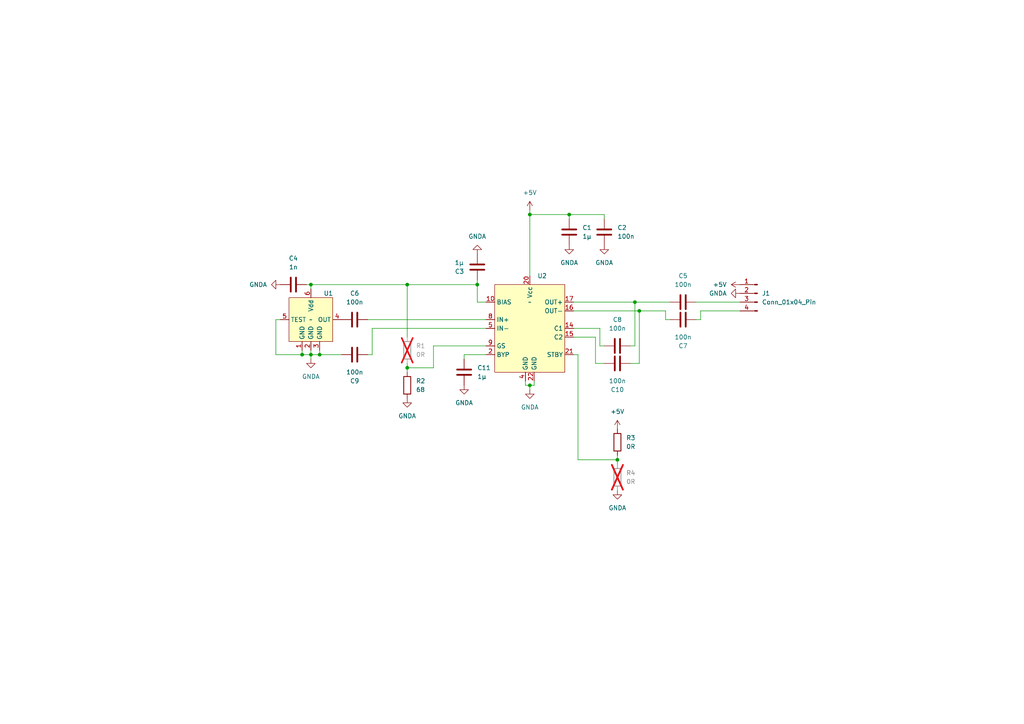
<source format=kicad_sch>
(kicad_sch (version 20230121) (generator eeschema)
  (paper "A4")
  (lib_symbols
    (symbol "Connector:Conn_01x04_Pin" (pin_names (offset 1.016) hide)
      (property "Reference" "J" (at 0 5.08 0))
      (property "Value" "Conn_01x04_Pin" (at 0 -7.62 0))
      (symbol "Conn_01x04_Pin_1_1"
        (polyline (pts (xy 1.27 -5.08) (xy 0.8636 -5.08)) (stroke (width 0.1524)))
        (polyline (pts (xy 1.27 -2.54) (xy 0.8636 -2.54)) (stroke (width 0.1524)))
        (polyline (pts (xy 1.27 0) (xy 0.8636 0)) (stroke (width 0.1524)))
        (polyline (pts (xy 1.27 2.54) (xy 0.8636 2.54)) (stroke (width 0.1524)))
        (rectangle (start 0.8636 -4.953) (end 0 -5.207) (stroke (width 0.1524)) (fill (type outline)))
        (rectangle (start 0.8636 -2.413) (end 0 -2.667) (stroke (width 0.1524)) (fill (type outline)))
        (rectangle (start 0.8636 0.127) (end 0 -0.127) (stroke (width 0.1524)) (fill (type outline)))
        (rectangle (start 0.8636 2.667) (end 0 2.413) (stroke (width 0.1524)) (fill (type outline)))
        (pin passive line (at 5.08 2.54 180) (length 3.81) (name "Pin_1") (number "1"))
        (pin passive line (at 5.08 0 180) (length 3.81) (name "Pin_2") (number "2"))
        (pin passive line (at 5.08 -2.54 180) (length 3.81) (name "Pin_3") (number "3"))
        (pin passive line (at 5.08 -5.08 180) (length 3.81) (name "Pin_4") (number "4"))
      )
    )
    (symbol "Device:C" (pin_numbers hide) (pin_names (offset 0.254))
      (property "Reference" "C" (at 0.635 2.54 0))
      (property "Value" "C" (at 0.635 -2.54 0))
      (symbol "C_0_1"
        (polyline (pts (xy -2.032 -0.762) (xy 2.032 -0.762)) (stroke (width 0.508)))
        (polyline (pts (xy -2.032 0.762) (xy 2.032 0.762)) (stroke (width 0.508)))
      )
      (symbol "C_1_1"
        (pin passive line (at 0 3.81 270) (length 2.794) (name "~") (number "1"))
        (pin passive line (at 0 -3.81 90) (length 2.794) (name "~") (number "2"))
      )
    )
    (symbol "Device:R" (pin_numbers hide) (pin_names (offset 0))
      (property "Reference" "R" (at 2.032 0 90))
      (property "Value" "R" (at 0 0 90))
      (symbol "R_0_1"
        (rectangle (start -1.016 -2.54) (end 1.016 2.54) (stroke (width 0.254)))
      )
      (symbol "R_1_1"
        (pin passive line (at 0 3.81 270) (length 1.27) (name "~") (number "1"))
        (pin passive line (at 0 -3.81 90) (length 1.27) (name "~") (number "2"))
      )
    )
    (symbol "fyp:SPH1642HT5H-1"
      (property "Reference" "U" (at 6.35 7.62 0))
      (symbol "SPH1642HT5H-1_1_1"
        (rectangle (start -6.35 6.35) (end 6.35 -6.35) (fill (type background)))
        (pin power_in line (at -2.54 -8.89 90) (length 2.54) (name "GND") (number "1"))
        (pin power_in line (at 0 -8.89 90) (length 2.54) (name "GND") (number "2"))
        (pin power_in line (at 2.54 -8.89 90) (length 2.54) (name "GND") (number "3"))
        (pin output line (at 8.89 0 180) (length 2.54) (name "OUT") (number "4"))
        (pin unspecified line (at -8.89 0 0) (length 2.54) (name "TEST") (number "5"))
        (pin power_in line (at 0 8.89 270) (length 2.54) (name "Vdd") (number "6"))
      )
    )
    (symbol "fyp:TS472"
      (property "Reference" "U1" (at 2.1941 15.24 0))
      (property "Value" "~" (at 0 7.62 0))
      (symbol "TS472_1_1"
        (rectangle (start -10.16 12.7) (end 10.16 -12.7) (fill (type background)))
        (pin power_out line (at -12.7 7.62 0) (length 2.54) (name "BIAS") (number "10"))
        (pin passive line (at 12.7 0 180) (length 2.54) (name "C1") (number "14"))
        (pin passive line (at 12.7 -2.54 180) (length 2.54) (name "C2") (number "15"))
        (pin output line (at 12.7 5.08 180) (length 2.54) (name "OUT-") (number "16"))
        (pin output line (at 12.7 7.62 180) (length 2.54) (name "OUT+") (number "17"))
        (pin passive line (at -12.7 -7.62 0) (length 2.54) (name "BYP") (number "2"))
        (pin power_in line (at 0 15.24 270) (length 2.54) (name "Vcc") (number "20"))
        (pin input line (at 12.7 -7.62 180) (length 2.54) (name "STBY") (number "21"))
        (pin power_in line (at 1.27 -15.24 90) (length 2.54) (name "GND") (number "22"))
        (pin power_in line (at -1.27 -15.24 90) (length 2.54) (name "GND") (number "4"))
        (pin input line (at -12.7 0 0) (length 2.54) (name "IN-") (number "5"))
        (pin input line (at -12.7 2.54 0) (length 2.54) (name "IN+") (number "8"))
        (pin passive line (at -12.7 -5.08 0) (length 2.54) (name "GS") (number "9"))
      )
    )
    (symbol "power:+5V" (power) (pin_names (offset 0))
      (property "Value" "+5V" (at 0 3.556 0))
      (symbol "+5V_0_1"
        (polyline (pts (xy -0.762 1.27) (xy 0 2.54)))
        (polyline (pts (xy 0 0) (xy 0 2.54)))
        (polyline (pts (xy 0 2.54) (xy 0.762 1.27)))
      )
      (symbol "+5V_1_1"
        (pin power_in line (at 0 0 90) (length 0) hide (name "+5V") (number "1"))
      )
    )
    (symbol "power:GNDA" (power) (pin_names (offset 0))
      (property "Value" "GNDA" (at 0 -3.81 0))
      (symbol "GNDA_0_1"
        (polyline (pts (xy 0 0) (xy 0 -1.27) (xy 1.27 -1.27) (xy 0 -2.54) (xy -1.27 -1.27) (xy 0 -1.27)))
      )
      (symbol "GNDA_1_1"
        (pin power_in line (at 0 0 270) (length 0) hide (name "GNDA") (number "1"))
      )
    )
  )
  (junction (at 92.71 102.87))
  (junction (at 185.42 90.17))
  (junction (at 118.11 82.55))
  (junction (at 165.1 62.23))
  (junction (at 90.17 82.55))
  (junction (at 87.63 102.87))
  (junction (at 118.11 106.68))
  (junction (at 153.67 111.76))
  (junction (at 153.67 62.23))
  (junction (at 184.15 87.63))
  (junction (at 90.17 102.87))
  (junction (at 138.43 82.55))
  (junction (at 179.07 133.35))
  (wire (pts (xy 106.68 102.87) (xy 107.95 102.87)))
  (wire (pts (xy 166.37 97.79) (xy 172.72 97.79)))
  (wire (pts (xy 193.04 92.71) (xy 194.31 92.71)))
  (wire (pts (xy 175.26 63.5) (xy 175.26 62.23)))
  (wire (pts (xy 134.62 104.14) (xy 134.62 102.87)))
  (wire (pts (xy 80.01 92.71) (xy 80.01 102.87)))
  (wire (pts (xy 167.64 102.87) (xy 167.64 133.35)))
  (wire (pts (xy 140.97 87.63) (xy 138.43 87.63)))
  (wire (pts (xy 185.42 105.41) (xy 185.42 90.17)))
  (wire (pts (xy 87.63 101.6) (xy 87.63 102.87)))
  (wire (pts (xy 90.17 102.87) (xy 90.17 104.14)))
  (wire (pts (xy 184.15 87.63) (xy 194.31 87.63)))
  (wire (pts (xy 90.17 102.87) (xy 92.71 102.87)))
  (wire (pts (xy 182.88 105.41) (xy 185.42 105.41)))
  (wire (pts (xy 107.95 95.25) (xy 140.97 95.25)))
  (wire (pts (xy 203.2 92.71) (xy 203.2 90.17)))
  (wire (pts (xy 140.97 100.33) (xy 125.73 100.33)))
  (wire (pts (xy 165.1 62.23) (xy 165.1 63.5)))
  (wire (pts (xy 165.1 62.23) (xy 175.26 62.23)))
  (wire (pts (xy 152.4 110.49) (xy 152.4 111.76)))
  (wire (pts (xy 125.73 100.33) (xy 125.73 106.68)))
  (wire (pts (xy 172.72 97.79) (xy 172.72 105.41)))
  (wire (pts (xy 166.37 90.17) (xy 185.42 90.17)))
  (wire (pts (xy 185.42 90.17) (xy 193.04 90.17)))
  (wire (pts (xy 153.67 111.76) (xy 153.67 113.03)))
  (wire (pts (xy 166.37 87.63) (xy 184.15 87.63)))
  (wire (pts (xy 154.94 111.76) (xy 154.94 110.49)))
  (wire (pts (xy 125.73 106.68) (xy 118.11 106.68)))
  (wire (pts (xy 106.68 92.71) (xy 140.97 92.71)))
  (wire (pts (xy 90.17 82.55) (xy 118.11 82.55)))
  (wire (pts (xy 184.15 100.33) (xy 184.15 87.63)))
  (wire (pts (xy 173.99 100.33) (xy 175.26 100.33)))
  (wire (pts (xy 118.11 82.55) (xy 118.11 97.79)))
  (wire (pts (xy 107.95 102.87) (xy 107.95 95.25)))
  (wire (pts (xy 153.67 62.23) (xy 153.67 80.01)))
  (wire (pts (xy 193.04 90.17) (xy 193.04 92.71)))
  (wire (pts (xy 118.11 105.41) (xy 118.11 106.68)))
  (wire (pts (xy 92.71 101.6) (xy 92.71 102.87)))
  (wire (pts (xy 118.11 106.68) (xy 118.11 107.95)))
  (wire (pts (xy 118.11 82.55) (xy 138.43 82.55)))
  (wire (pts (xy 203.2 90.17) (xy 214.63 90.17)))
  (wire (pts (xy 152.4 111.76) (xy 153.67 111.76)))
  (wire (pts (xy 173.99 95.25) (xy 173.99 100.33)))
  (wire (pts (xy 138.43 81.28) (xy 138.43 82.55)))
  (wire (pts (xy 201.93 87.63) (xy 214.63 87.63)))
  (wire (pts (xy 90.17 82.55) (xy 90.17 83.82)))
  (wire (pts (xy 134.62 102.87) (xy 140.97 102.87)))
  (wire (pts (xy 153.67 60.96) (xy 153.67 62.23)))
  (wire (pts (xy 166.37 102.87) (xy 167.64 102.87)))
  (wire (pts (xy 172.72 105.41) (xy 175.26 105.41)))
  (wire (pts (xy 138.43 87.63) (xy 138.43 82.55)))
  (wire (pts (xy 80.01 102.87) (xy 87.63 102.87)))
  (wire (pts (xy 88.9 82.55) (xy 90.17 82.55)))
  (wire (pts (xy 182.88 100.33) (xy 184.15 100.33)))
  (wire (pts (xy 153.67 62.23) (xy 165.1 62.23)))
  (wire (pts (xy 90.17 101.6) (xy 90.17 102.87)))
  (wire (pts (xy 201.93 92.71) (xy 203.2 92.71)))
  (wire (pts (xy 166.37 95.25) (xy 173.99 95.25)))
  (wire (pts (xy 167.64 133.35) (xy 179.07 133.35)))
  (wire (pts (xy 81.28 92.71) (xy 80.01 92.71)))
  (wire (pts (xy 153.67 111.76) (xy 154.94 111.76)))
  (wire (pts (xy 87.63 102.87) (xy 90.17 102.87)))
  (wire (pts (xy 92.71 102.87) (xy 99.06 102.87)))
  (wire (pts (xy 179.07 133.35) (xy 179.07 134.62)))
  (wire (pts (xy 179.07 132.08) (xy 179.07 133.35)))
  (symbol (lib_id "Device:C") (at 102.87 102.87 90) (mirror x) (unit 1)
    (property "Reference" "C9" (at 102.87 110.49 90))
    (property "Value" "100n" (at 102.87 107.95 90))
    (property "Footprint" "Capacitor_SMD:C_0603_1608Metric" (effects hide))
  )
  (symbol (lib_id "Device:R") (at 179.07 128.27 0) (unit 1)
    (property "Reference" "R3" (at 181.61 127 0) (effects (justify left)))
    (property "Value" "0R" (at 181.61 129.54 0) (effects (justify left)))
    (property "Footprint" "Capacitor_SMD:C_0603_1608Metric" (effects hide))
  )
  (symbol (lib_id "power:GNDA") (at 175.26 71.12 0) (unit 1)
    (property "Reference" "#PWR03" (effects hide))
    (property "Value" "GNDA" (at 175.26 76.2 0))
  )
  (symbol (lib_id "power:+5V") (at 179.07 124.46 0) (unit 1)
    (property "Reference" "#PWR012" (effects hide))
    (property "Value" "+5V" (at 179.07 119.38 0))
  )
  (symbol (lib_id "power:GNDA") (at 118.11 115.57 0) (unit 1)
    (property "Reference" "#PWR011" (effects hide))
    (property "Value" "GNDA" (at 118.11 120.65 0))
  )
  (symbol (lib_id "fyp:TS472") (at 153.67 95.25 0) (unit 1)
    (property "Reference" "U2" (at 155.8641 80.01 0) (effects (justify left)))
    (property "Value" "~" (at 153.67 87.63 0))
    (property "Footprint" "Package_DFN_QFN:QFN-24-1EP_4x4mm_P0.5mm_EP2.6x2.6mm" (effects hide))
  )
  (symbol (lib_id "Device:R") (at 179.07 138.43 180) (unit 1) (dnp yes)
    (property "Reference" "R4" (at 181.61 137.16 0) (effects (justify right)))
    (property "Value" "0R" (at 181.61 139.7 0) (effects (justify right)))
    (property "Footprint" "Capacitor_SMD:C_0603_1608Metric" (effects hide))
  )
  (symbol (lib_id "power:GNDA") (at 165.1 71.12 0) (unit 1)
    (property "Reference" "#PWR02" (effects hide))
    (property "Value" "GNDA" (at 165.1 76.2 0))
  )
  (symbol (lib_id "power:+5V") (at 214.63 82.55 90) (unit 1)
    (property "Reference" "#PWR06" (effects hide))
    (property "Value" "+5V" (at 210.82 82.55 90) (effects (justify left)))
  )
  (symbol (lib_id "power:GNDA") (at 90.17 104.14 0) (unit 1)
    (property "Reference" "#PWR08" (effects hide))
    (property "Value" "GNDA" (at 90.17 109.22 0))
  )
  (symbol (lib_id "power:GNDA") (at 134.62 111.76 0) (unit 1)
    (property "Reference" "#PWR09" (effects hide))
    (property "Value" "GNDA" (at 134.62 116.84 0))
  )
  (symbol (lib_id "power:GNDA") (at 138.43 73.66 180) (unit 1)
    (property "Reference" "#PWR04" (effects hide))
    (property "Value" "GNDA" (at 138.43 68.58 0))
  )
  (symbol (lib_id "Connector:Conn_01x04_Pin") (at 219.71 85.09 0) (mirror y) (unit 1)
    (property "Reference" "J1" (at 220.98 85.09 0) (effects (justify right)))
    (property "Value" "Conn_01x04_Pin" (at 220.98 87.63 0) (effects (justify right)))
    (property "Footprint" "Connector_Molex:Molex_PicoBlade_53048-0410_1x04_P1.25mm_Horizontal" (effects hide))
  )
  (symbol (lib_id "Device:C") (at 198.12 87.63 90) (unit 1)
    (property "Reference" "C5" (at 198.12 80.01 90))
    (property "Value" "100n" (at 198.12 82.55 90))
    (property "Footprint" "Capacitor_SMD:C_0603_1608Metric" (effects hide))
  )
  (symbol (lib_id "power:GNDA") (at 179.07 142.24 0) (unit 1)
    (property "Reference" "#PWR013" (effects hide))
    (property "Value" "GNDA" (at 179.07 147.32 0))
  )
  (symbol (lib_id "power:+5V") (at 153.67 60.96 0) (unit 1)
    (property "Reference" "#PWR01" (effects hide))
    (property "Value" "+5V" (at 153.67 55.88 0))
  )
  (symbol (lib_id "power:GNDA") (at 81.28 82.55 270) (unit 1)
    (property "Reference" "#PWR05" (effects hide))
    (property "Value" "GNDA" (at 77.47 82.55 90) (effects (justify right)))
  )
  (symbol (lib_id "Device:R") (at 118.11 101.6 0) (unit 1) (dnp yes)
    (property "Reference" "R1" (at 120.65 100.33 0) (effects (justify left)))
    (property "Value" "0R" (at 120.65 102.87 0) (effects (justify left)))
    (property "Footprint" "Capacitor_SMD:C_0603_1608Metric" (effects hide))
  )
  (symbol (lib_id "Device:C") (at 138.43 77.47 0) (unit 1)
    (property "Reference" "C3" (at 134.62 78.74 0) (effects (justify right)))
    (property "Value" "1μ" (at 134.62 76.2 0) (effects (justify right)))
    (property "Footprint" "Capacitor_SMD:C_0603_1608Metric" (effects hide))
  )
  (symbol (lib_id "Device:R") (at 118.11 111.76 0) (unit 1)
    (property "Reference" "R2" (at 120.65 110.49 0) (effects (justify left)))
    (property "Value" "68" (at 120.65 113.03 0) (effects (justify left)))
    (property "Footprint" "Capacitor_SMD:C_0603_1608Metric" (effects hide))
  )
  (symbol (lib_id "power:GNDA") (at 214.63 85.09 270) (unit 1)
    (property "Reference" "#PWR07" (effects hide))
    (property "Value" "GNDA" (at 210.82 85.09 90) (effects (justify right)))
  )
  (symbol (lib_id "Device:C") (at 198.12 92.71 90) (mirror x) (unit 1)
    (property "Reference" "C7" (at 198.12 100.33 90))
    (property "Value" "100n" (at 198.12 97.79 90))
    (property "Footprint" "Capacitor_SMD:C_0603_1608Metric" (effects hide))
  )
  (symbol (lib_id "Device:C") (at 179.07 100.33 90) (unit 1)
    (property "Reference" "C8" (at 179.07 92.71 90))
    (property "Value" "100n" (at 179.07 95.25 90))
    (property "Footprint" "Capacitor_SMD:C_0603_1608Metric" (effects hide))
  )
  (symbol (lib_id "Device:C") (at 175.26 67.31 180) (unit 1)
    (property "Reference" "C2" (at 179.07 66.04 0) (effects (justify right)))
    (property "Value" "100n" (at 179.07 68.58 0) (effects (justify right)))
    (property "Footprint" "Capacitor_SMD:C_0603_1608Metric" (effects hide))
  )
  (symbol (lib_id "Device:C") (at 85.09 82.55 90) (unit 1)
    (property "Reference" "C4" (at 85.09 74.93 90))
    (property "Value" "1n" (at 85.09 77.47 90))
    (property "Footprint" "Capacitor_SMD:C_0603_1608Metric" (effects hide))
  )
  (symbol (lib_id "Device:C") (at 165.1 67.31 180) (unit 1)
    (property "Reference" "C1" (at 168.91 66.04 0) (effects (justify right)))
    (property "Value" "1μ" (at 168.91 68.58 0) (effects (justify right)))
    (property "Footprint" "Capacitor_SMD:C_0603_1608Metric" (effects hide))
  )
  (symbol (lib_id "Device:C") (at 134.62 107.95 0) (unit 1)
    (property "Reference" "C11" (at 138.43 106.68 0) (effects (justify left)))
    (property "Value" "1μ" (at 138.43 109.22 0) (effects (justify left)))
    (property "Footprint" "Capacitor_SMD:C_0603_1608Metric" (effects hide))
  )
  (symbol (lib_id "fyp:SPH1642HT5H-1") (at 90.17 92.71 0) (unit 1)
    (property "Reference" "U1" (at 95.25 85.09 0))
    (property "Value" "~" (at 90.17 92.71 0))
    (property "Footprint" "fyp:SPH1642HT5H-1" (effects hide))
  )
  (symbol (lib_id "Device:C") (at 179.07 105.41 90) (mirror x) (unit 1)
    (property "Reference" "C10" (at 179.07 113.03 90))
    (property "Value" "100n" (at 179.07 110.49 90))
    (property "Footprint" "Capacitor_SMD:C_0603_1608Metric" (effects hide))
  )
  (symbol (lib_id "power:GNDA") (at 153.67 113.03 0) (unit 1)
    (property "Reference" "#PWR010" (effects hide))
    (property "Value" "GNDA" (at 153.67 118.11 0))
  )
  (symbol (lib_id "Device:C") (at 102.87 92.71 90) (unit 1)
    (property "Reference" "C6" (at 102.87 85.09 90))
    (property "Value" "100n" (at 102.87 87.63 90))
    (property "Footprint" "Capacitor_SMD:C_0603_1608Metric" (effects hide))
  )
)
</source>
